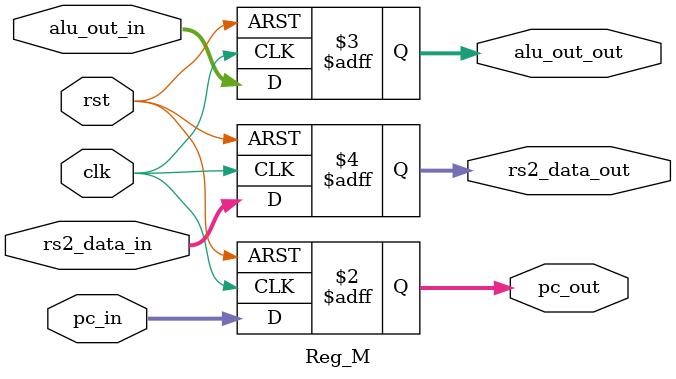
<source format=v>
module Reg_M (clk,rst,pc_in,alu_out_in,rs2_data_in,pc_out,alu_out_out,rs2_data_out);
    input clk,rst;
    input [31:0] alu_out_in,rs2_data_in;
	input [15:0] pc_in;
	output reg[15:0] pc_out;
    output reg[31:0] alu_out_out,rs2_data_out;


    always @(posedge clk or posedge rst) 
    begin
        if (rst) 
        begin
            pc_out <=16'b0;
            alu_out_out <= 32'b0;   
            rs2_data_out <= 32'b0;
        end
        else
        begin
            pc_out <= pc_in;
            alu_out_out <= alu_out_in;   
            rs2_data_out <= rs2_data_in;
        end    
    end

    
endmodule
</source>
